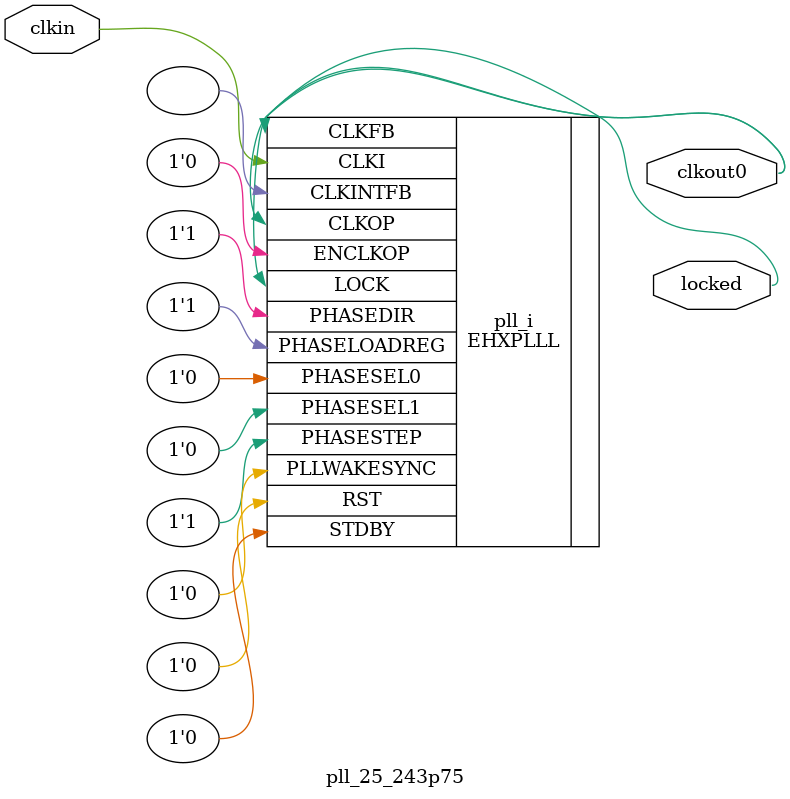
<source format=v>
module pll_25_243p75
(
    input clkin, // 25 MHz, 0 deg
    output clkout0, // 243.75 MHz, 0 deg
    output locked
);
(* FREQUENCY_PIN_CLKI="25" *)
(* FREQUENCY_PIN_CLKOP="243.75" *)
(* ICP_CURRENT="12" *) (* LPF_RESISTOR="8" *) (* MFG_ENABLE_FILTEROPAMP="1" *) (* MFG_GMCREF_SEL="2" *)
EHXPLLL #(
        .PLLRST_ENA("DISABLED"),
        .INTFB_WAKE("DISABLED"),
        .STDBY_ENABLE("DISABLED"),
        .DPHASE_SOURCE("DISABLED"),
        .OUTDIVIDER_MUXA("DIVA"),
        .OUTDIVIDER_MUXB("DIVB"),
        .OUTDIVIDER_MUXC("DIVC"),
        .OUTDIVIDER_MUXD("DIVD"),
        .CLKI_DIV(4),
        .CLKOP_ENABLE("ENABLED"),
        .CLKOP_DIV(2),
        .CLKOP_CPHASE(0),
        .CLKOP_FPHASE(0),
        .FEEDBK_PATH("CLKOP"),
        .CLKFB_DIV(39)
    ) pll_i (
        .RST(1'b0),
        .STDBY(1'b0),
        .CLKI(clkin),
        .CLKOP(clkout0),
        .CLKFB(clkout0),
        .CLKINTFB(),
        .PHASESEL0(1'b0),
        .PHASESEL1(1'b0),
        .PHASEDIR(1'b1),
        .PHASESTEP(1'b1),
        .PHASELOADREG(1'b1),
        .PLLWAKESYNC(1'b0),
        .ENCLKOP(1'b0),
        .LOCK(locked)
	);
endmodule

</source>
